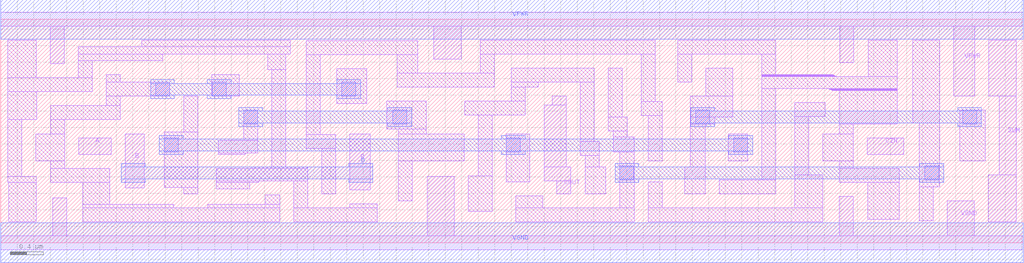
<source format=lef>
# Copyright 2020 The SkyWater PDK Authors
#
# Licensed under the Apache License, Version 2.0 (the "License");
# you may not use this file except in compliance with the License.
# You may obtain a copy of the License at
#
#     https://www.apache.org/licenses/LICENSE-2.0
#
# Unless required by applicable law or agreed to in writing, software
# distributed under the License is distributed on an "AS IS" BASIS,
# WITHOUT WARRANTIES OR CONDITIONS OF ANY KIND, either express or implied.
# See the License for the specific language governing permissions and
# limitations under the License.
#
# SPDX-License-Identifier: Apache-2.0

VERSION 5.5 ;
NAMESCASESENSITIVE ON ;
BUSBITCHARS "[]" ;
DIVIDERCHAR "/" ;
MACRO sky130_fd_sc_hd__fahcin_1
  CLASS CORE ;
  SOURCE USER ;
  ORIGIN  0.000000  0.000000 ;
  SIZE  12.42000 BY  2.720000 ;
  SYMMETRY X Y R90 ;
  SITE unithd ;
  PIN A
    ANTENNAGATEAREA  0.247500 ;
    DIRECTION INPUT ;
    USE SIGNAL ;
    PORT
      LAYER li1 ;
        RECT 0.950000 1.075000 1.340000 1.275000 ;
    END
  END A
  PIN B
    ANTENNAGATEAREA  0.691500 ;
    DIRECTION INPUT ;
    USE SIGNAL ;
    PORT
      LAYER li1 ;
        RECT 1.510000 0.665000 1.740000 1.325000 ;
    END
    PORT
      LAYER li1 ;
        RECT 4.240000 0.645000 4.490000 1.325000 ;
    END
    PORT
      LAYER met1 ;
        RECT 1.465000 0.735000 1.755000 0.780000 ;
        RECT 1.465000 0.780000 4.515000 0.920000 ;
        RECT 1.465000 0.920000 1.755000 0.965000 ;
        RECT 4.225000 0.735000 4.515000 0.780000 ;
        RECT 4.225000 0.920000 4.515000 0.965000 ;
    END
  END B
  PIN CIN
    ANTENNAGATEAREA  0.493500 ;
    DIRECTION INPUT ;
    USE SIGNAL ;
    PORT
      LAYER li1 ;
        RECT 10.520000 1.075000 10.965000 1.275000 ;
    END
  END CIN
  PIN COUT
    ANTENNADIFFAREA  0.402800 ;
    DIRECTION OUTPUT ;
    USE SIGNAL ;
    PORT
      LAYER li1 ;
        RECT 6.600000 0.755000 6.925000 0.925000 ;
        RECT 6.600000 0.925000 6.870000 1.675000 ;
        RECT 6.700000 1.675000 6.870000 1.785000 ;
        RECT 6.755000 0.595000 6.925000 0.755000 ;
    END
  END COUT
  PIN SUM
    ANTENNADIFFAREA  0.470250 ;
    DIRECTION OUTPUT ;
    USE SIGNAL ;
    PORT
      LAYER li1 ;
        RECT 11.995000 0.255000 12.335000 0.825000 ;
        RECT 12.000000 1.785000 12.335000 2.465000 ;
        RECT 12.125000 0.825000 12.335000 1.785000 ;
    END
  END SUM
  PIN VGND
    DIRECTION INOUT ;
    SHAPE ABUTMENT ;
    USE GROUND ;
    PORT
      LAYER li1 ;
        RECT  0.000000 -0.085000 12.420000 0.085000 ;
        RECT  0.630000  0.085000  0.800000 0.545000 ;
        RECT  5.180000  0.085000  5.510000 0.805000 ;
        RECT 10.180000  0.085000 10.350000 0.565000 ;
        RECT 11.495000  0.085000 11.825000 0.510000 ;
    END
    PORT
      LAYER met1 ;
        RECT 0.000000 -0.240000 12.420000 0.240000 ;
    END
  END VGND
  PIN VPWR
    DIRECTION INOUT ;
    SHAPE ABUTMENT ;
    USE POWER ;
    PORT
      LAYER li1 ;
        RECT  0.000000 2.635000 12.420000 2.805000 ;
        RECT  0.600000 2.180000  0.770000 2.635000 ;
        RECT  5.260000 2.235000  5.590000 2.635000 ;
        RECT 10.190000 2.195000 10.360000 2.635000 ;
        RECT 11.575000 1.785000 11.830000 2.635000 ;
    END
    PORT
      LAYER met1 ;
        RECT 0.000000 2.480000 12.420000 2.960000 ;
    END
  END VPWR
  OBS
    LAYER li1 ;
      RECT  0.085000 0.735000  0.430000 0.805000 ;
      RECT  0.085000 0.805000  0.255000 1.500000 ;
      RECT  0.085000 1.500000  0.440000 1.840000 ;
      RECT  0.085000 1.840000  1.110000 2.010000 ;
      RECT  0.085000 2.010000  0.430000 2.465000 ;
      RECT  0.100000 0.255000  0.430000 0.735000 ;
      RECT  0.425000 0.995000  0.780000 1.325000 ;
      RECT  0.610000 0.735000  1.325000 0.905000 ;
      RECT  0.610000 0.905000  0.780000 0.995000 ;
      RECT  0.610000 1.325000  0.780000 1.500000 ;
      RECT  0.610000 1.500000  1.450000 1.670000 ;
      RECT  0.940000 2.010000  1.110000 2.215000 ;
      RECT  0.940000 2.215000  1.970000 2.295000 ;
      RECT  0.940000 2.295000  3.515000 2.385000 ;
      RECT  0.995000 0.255000  3.390000 0.425000 ;
      RECT  0.995000 0.425000  2.100000 0.465000 ;
      RECT  0.995000 0.465000  1.325000 0.735000 ;
      RECT  1.280000 1.670000  1.450000 1.785000 ;
      RECT  1.280000 1.785000  2.050000 1.955000 ;
      RECT  1.280000 1.955000  1.450000 2.045000 ;
      RECT  1.715000 2.385000  3.515000 2.465000 ;
      RECT  1.985000 0.675000  2.390000 1.350000 ;
      RECT  2.220000 0.595000  2.390000 0.675000 ;
      RECT  2.220000 1.350000  2.390000 1.785000 ;
      RECT  2.515000 0.425000  3.390000 0.465000 ;
      RECT  2.565000 1.785000  2.895000 2.045000 ;
      RECT  2.620000 0.655000  3.025000 0.735000 ;
      RECT  2.620000 0.735000  3.135000 0.755000 ;
      RECT  2.620000 0.755000  3.730000 0.905000 ;
      RECT  2.640000 1.075000  2.970000 1.095000 ;
      RECT  2.640000 1.095000  3.120000 1.245000 ;
      RECT  2.800000 1.245000  3.120000 1.265000 ;
      RECT  2.950000 1.265000  3.120000 1.615000 ;
      RECT  3.055000 0.905000  3.730000 0.925000 ;
      RECT  3.215000 0.465000  3.390000 0.585000 ;
      RECT  3.245000 2.110000  3.460000 2.295000 ;
      RECT  3.290000 0.925000  3.460000 2.110000 ;
      RECT  3.560000 0.255000  4.570000 0.425000 ;
      RECT  3.560000 0.425000  3.730000 0.755000 ;
      RECT  3.710000 1.150000  4.070000 1.320000 ;
      RECT  3.710000 1.320000  3.880000 2.290000 ;
      RECT  3.710000 2.290000  5.065000 2.460000 ;
      RECT  3.900000 0.595000  4.070000 1.150000 ;
      RECT  4.080000 1.695000  4.445000 2.120000 ;
      RECT  4.240000 0.425000  4.570000 0.475000 ;
      RECT  4.690000 1.385000  5.170000 1.725000 ;
      RECT  4.815000 1.895000  5.995000 2.065000 ;
      RECT  4.815000 2.065000  5.065000 2.290000 ;
      RECT  4.830000 0.510000  5.000000 0.995000 ;
      RECT  4.830000 0.995000  5.630000 1.325000 ;
      RECT  4.830000 1.325000  5.170000 1.385000 ;
      RECT  5.635000 1.555000  6.370000 1.725000 ;
      RECT  5.680000 0.380000  5.970000 0.815000 ;
      RECT  5.800000 0.815000  5.970000 1.555000 ;
      RECT  5.825000 2.065000  5.995000 2.295000 ;
      RECT  5.825000 2.295000  7.950000 2.465000 ;
      RECT  6.140000 0.740000  6.425000 1.325000 ;
      RECT  6.200000 1.725000  6.370000 1.895000 ;
      RECT  6.200000 1.895000  6.530000 1.955000 ;
      RECT  6.200000 1.955000  7.210000 2.125000 ;
      RECT  6.255000 0.255000  7.695000 0.425000 ;
      RECT  6.255000 0.425000  6.585000 0.570000 ;
      RECT  7.040000 1.060000  7.270000 1.230000 ;
      RECT  7.040000 1.230000  7.210000 1.955000 ;
      RECT  7.100000 0.595000  7.350000 0.925000 ;
      RECT  7.100000 0.925000  7.270000 1.060000 ;
      RECT  7.380000 1.360000  7.610000 1.530000 ;
      RECT  7.380000 1.530000  7.550000 2.125000 ;
      RECT  7.440000 1.105000  7.695000 1.290000 ;
      RECT  7.440000 1.290000  7.610000 1.360000 ;
      RECT  7.520000 0.425000  7.695000 1.105000 ;
      RECT  7.780000 1.550000  8.035000 1.720000 ;
      RECT  7.780000 1.720000  7.950000 2.295000 ;
      RECT  7.865000 0.255000  9.980000 0.425000 ;
      RECT  7.865000 0.425000  8.035000 0.740000 ;
      RECT  7.865000 0.995000  8.035000 1.550000 ;
      RECT  8.220000 1.955000  8.390000 2.295000 ;
      RECT  8.220000 2.295000  9.410000 2.465000 ;
      RECT  8.305000 0.595000  8.555000 0.925000 ;
      RECT  8.375000 0.925000  8.555000 1.445000 ;
      RECT  8.375000 1.445000  8.670000 1.530000 ;
      RECT  8.375000 1.530000  8.890000 1.785000 ;
      RECT  8.560000 1.785000  8.890000 2.125000 ;
      RECT  8.725000 0.595000  9.410000 0.765000 ;
      RECT  8.835000 0.995000  9.070000 1.325000 ;
      RECT  9.240000 0.765000  9.410000 1.875000 ;
      RECT  9.240000 1.875000 10.885000 2.025000 ;
      RECT  9.240000 2.025000 10.145000 2.030000 ;
      RECT  9.240000 2.030000 10.130000 2.035000 ;
      RECT  9.240000 2.035000 10.120000 2.040000 ;
      RECT  9.240000 2.040000 10.105000 2.045000 ;
      RECT  9.240000 2.045000  9.410000 2.295000 ;
      RECT  9.640000 0.425000  9.980000 0.825000 ;
      RECT  9.640000 0.825000  9.810000 1.535000 ;
      RECT  9.640000 1.535000 10.010000 1.705000 ;
      RECT  9.980000 0.995000 10.350000 1.325000 ;
      RECT 10.055000 1.870000 10.885000 1.875000 ;
      RECT 10.070000 1.865000 10.885000 1.870000 ;
      RECT 10.085000 1.860000 10.885000 1.865000 ;
      RECT 10.100000 1.855000 10.885000 1.860000 ;
      RECT 10.180000 0.735000 10.910000 0.905000 ;
      RECT 10.180000 0.905000 10.350000 0.995000 ;
      RECT 10.180000 1.325000 10.350000 1.445000 ;
      RECT 10.180000 1.445000 10.885000 1.855000 ;
      RECT 10.530000 0.285000 10.910000 0.735000 ;
      RECT 10.535000 2.025000 10.885000 2.465000 ;
      RECT 11.075000 1.455000 11.405000 2.465000 ;
      RECT 11.155000 0.270000 11.325000 0.680000 ;
      RECT 11.155000 0.680000 11.405000 1.455000 ;
      RECT 11.645000 0.995000 11.955000 1.615000 ;
    LAYER mcon ;
      RECT  1.880000 1.785000  2.050000 1.955000 ;
      RECT  1.985000 1.105000  2.155000 1.275000 ;
      RECT  2.570000 1.785000  2.740000 1.955000 ;
      RECT  2.950000 1.445000  3.120000 1.615000 ;
      RECT  4.140000 1.785000  4.310000 1.955000 ;
      RECT  4.760000 1.445000  4.930000 1.615000 ;
      RECT  6.140000 1.105000  6.310000 1.275000 ;
      RECT  7.520000 0.765000  7.690000 0.935000 ;
      RECT  8.440000 1.445000  8.610000 1.615000 ;
      RECT  8.900000 1.105000  9.070000 1.275000 ;
      RECT 11.220000 0.765000 11.390000 0.935000 ;
      RECT 11.680000 1.445000 11.850000 1.615000 ;
    LAYER met1 ;
      RECT  1.820000 1.755000  2.110000 1.800000 ;
      RECT  1.820000 1.800000  4.370000 1.940000 ;
      RECT  1.820000 1.940000  2.110000 1.985000 ;
      RECT  1.925000 1.075000  2.215000 1.120000 ;
      RECT  1.925000 1.120000  9.130000 1.260000 ;
      RECT  1.925000 1.260000  2.215000 1.305000 ;
      RECT  2.510000 1.755000  2.800000 1.800000 ;
      RECT  2.510000 1.940000  2.800000 1.985000 ;
      RECT  2.890000 1.415000  3.180000 1.460000 ;
      RECT  2.890000 1.460000  4.990000 1.600000 ;
      RECT  2.890000 1.600000  3.180000 1.645000 ;
      RECT  4.080000 1.755000  4.370000 1.800000 ;
      RECT  4.080000 1.940000  4.370000 1.985000 ;
      RECT  4.700000 1.415000  4.990000 1.460000 ;
      RECT  4.700000 1.600000  4.990000 1.645000 ;
      RECT  6.080000 1.075000  6.370000 1.120000 ;
      RECT  6.080000 1.260000  6.370000 1.305000 ;
      RECT  7.460000 0.735000  7.750000 0.780000 ;
      RECT  7.460000 0.780000 11.450000 0.920000 ;
      RECT  7.460000 0.920000  7.750000 0.965000 ;
      RECT  8.380000 1.415000  8.670000 1.460000 ;
      RECT  8.380000 1.460000 11.910000 1.600000 ;
      RECT  8.380000 1.600000  8.670000 1.645000 ;
      RECT  8.840000 1.075000  9.130000 1.120000 ;
      RECT  8.840000 1.260000  9.130000 1.305000 ;
      RECT 11.160000 0.735000 11.450000 0.780000 ;
      RECT 11.160000 0.920000 11.450000 0.965000 ;
      RECT 11.620000 1.415000 11.910000 1.460000 ;
      RECT 11.620000 1.600000 11.910000 1.645000 ;
  END
END sky130_fd_sc_hd__fahcin_1

</source>
